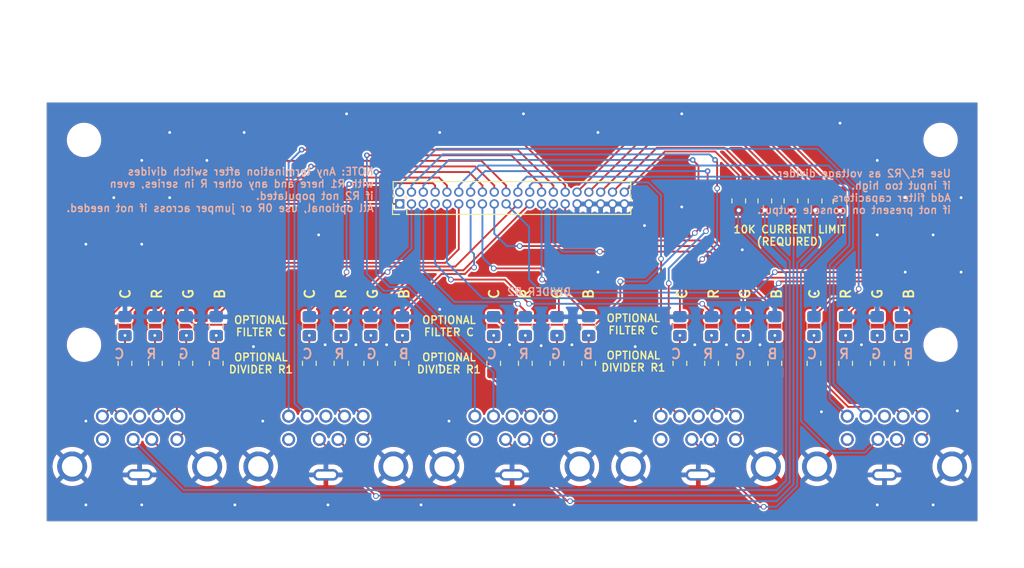
<source format=kicad_pcb>
(kicad_pcb (version 20221018) (generator pcbnew)
  (title_block (rev "1"))
  (layers (0 "F.Cu" signal "Front") (31 "B.Cu" signal "Back") (34 "B.Paste" user) (35 "F.Paste" user) (36 "B.SilkS" user "B.Silkscreen") (37 "F.SilkS" user "F.Silkscreen") (38 "B.Mask" user) (39 "F.Mask" user) (44 "Edge.Cuts" user))
  (net 0 "")
  (net 1 "/Daughterboard/0_BVID")
  (net 2 "/Daughterboard/0_VCC")
  (net 3 "/Daughterboard/0_GVID")
  (net 4 "/Daughterboard/0_CVID")
  (net 5 "/Daughterboard/0_RVID")
  (net 6 "/Daughterboard/0_LAUD")
  (net 7 "/Daughterboard/0_RAUD")
  (net 8 "/Daughterboard/0_GND")
  (net 9 "/Daughterboard/1_BVID")
  (net 10 "/Daughterboard/1_VCC")
  (net 11 "/Daughterboard/1_GVID")
  (net 12 "/Daughterboard/1_CVID")
  (net 13 "/Daughterboard/1_RVID")
  (net 14 "/Daughterboard/1_LAUD")
  (net 15 "/Daughterboard/1_RAUD")
  (net 16 "/Daughterboard/2_BVID")
  (net 17 "/Daughterboard/2_VCC")
  (net 18 "/Daughterboard/2_GVID")
  (net 19 "/Daughterboard/2_CVID")
  (net 20 "/Daughterboard/2_RVID")
  (net 21 "/Daughterboard/2_LAUD")
  (net 22 "/Daughterboard/2_RAUD")
  (net 23 "/Daughterboard/3_BVID")
  (net 24 "/Daughterboard/3_VCC")
  (net 25 "/Daughterboard/3_GVID")
  (net 26 "/Daughterboard/3_CVID")
  (net 27 "/Daughterboard/3_RVID")
  (net 28 "/Daughterboard/3_LAUD")
  (net 29 "/Daughterboard/3_RAUD")
  (net 30 "/Daughterboard/4_BVID")
  (net 31 "/Daughterboard/4_VCC")
  (net 32 "/Daughterboard/4_GVID")
  (net 33 "/Daughterboard/4_CVID")
  (net 34 "/Daughterboard/4_RVID")
  (net 35 "/Daughterboard/4_LAUD")
  (net 36 "/Daughterboard/4_RAUD")
  (net 37 "Net-(C201-Pad1)")
  (net 38 "Net-(C202-Pad1)")
  (net 39 "Net-(C203-Pad1)")
  (net 40 "Net-(C204-Pad1)")
  (net 41 "Net-(C205-Pad1)")
  (net 42 "Net-(C206-Pad1)")
  (net 43 "Net-(C207-Pad1)")
  (net 44 "Net-(C208-Pad1)")
  (net 45 "Net-(C209-Pad1)")
  (net 46 "Net-(C210-Pad1)")
  (net 47 "Net-(C211-Pad1)")
  (net 48 "Net-(C212-Pad1)")
  (net 49 "Net-(C213-Pad1)")
  (net 50 "Net-(C214-Pad1)")
  (net 51 "Net-(C215-Pad1)")
  (net 52 "Net-(C216-Pad1)")
  (net 53 "Net-(C217-Pad1)")
  (net 54 "Net-(C218-Pad1)")
  (net 55 "Net-(C219-Pad1)")
  (net 56 "Net-(C220-Pad1)")
  (net 57 "Net-(J201-BVID)")
  (net 58 "Net-(J201-GVID)")
  (net 59 "Net-(J201-CVID)")
  (net 62 "Net-(J201-RVID)")
  (net 63 "Net-(J202-BVID)")
  (net 64 "Net-(J202-GVID)")
  (net 65 "Net-(J202-CVID)")
  (net 68 "Net-(J202-RVID)")
  (net 69 "Net-(J203-BVID)")
  (net 70 "Net-(J203-GVID)")
  (net 71 "Net-(J203-CVID)")
  (net 74 "Net-(J203-RVID)")
  (net 75 "Net-(J204-BVID)")
  (net 76 "Net-(J204-GVID)")
  (net 77 "Net-(J204-CVID)")
  (net 80 "Net-(J204-RVID)")
  (net 81 "Net-(J205-BVID)")
  (net 82 "Net-(J205-GVID)")
  (net 83 "Net-(J205-CVID)")
  (net 86 "Net-(J205-RVID)")
  (net 87 "Net-(J206-Pin_21)")
  (net 88 "Net-(J206-Pin_22)")
  (net 89 "Net-(J206-Pin_23)")
  (net 90 "Net-(J206-Pin_24)")
  (net 91 "Net-(J206-Pin_25)")
  (footprint "Resistor_SMD:R_0805_2012Metric_Pad1.20x1.40mm_HandSolder" (layer "F.Cu") (at 229.6 98.8 90)
    (fp_text reference "R226" hide)
    (fp_text value "R_Small" hide)
  )
  (footprint "Resistor_SMD:R_0805_2012Metric_Pad1.20x1.40mm_HandSolder" (layer "F.Cu") (at 229.123403 81.351667 -90)
    (fp_text reference "R235" hide)
    (fp_text value "R_Small" hide)
  )
  (footprint "DIN9:CUI_MD-90SM" (layer "F.Cu") (at 164.776597 110.771996)
    (fp_text reference "J201" hide)
    (fp_text value "MD-90SM" hide)
  )
  (footprint "MountingHole:MountingHole_3.2mm_M3" (layer "F.Cu") (at 250.8 96.8 90)
    (fp_text reference "H2" hide)
    (fp_text value "MountingHole" hide)
  )
  (footprint "Resistor_SMD:R_0805_2012Metric_Pad1.20x1.40mm_HandSolder" (layer "F.Cu") (at 189.6 98.8 90)
    (fp_text reference "R206" hide)
    (fp_text value "R_Small" hide)
  )
  (footprint "Resistor_SMD:R_0805_2012Metric_Pad1.20x1.40mm_HandSolder" (layer "F.Cu") (at 240.6 98.8 90)
    (fp_text reference "R232" hide)
    (fp_text value "R_Small" hide)
  )
  (footprint "Capacitor_SMD:C_0805_2012Metric_Pad1.18x1.45mm_HandSolder" (layer "F.Cu") (at 166.466666 94.8 90)
    (fp_text reference "C204" hide)
    (fp_text value "C_Small" hide)
  )
  (footprint "Capacitor_SMD:C_0805_2012Metric_Pad1.18x1.45mm_HandSolder" (layer "F.Cu") (at 186.4 94.8 90)
    (fp_text reference "C208" hide)
    (fp_text value "C_Small" hide)
  )
  (footprint "Capacitor_SMD:C_0805_2012Metric_Pad1.18x1.45mm_HandSolder" (layer "F.Cu") (at 183 94.8 90)
    (fp_text reference "C207" hide)
    (fp_text value "C_Small" hide)
  )
  (footprint "Resistor_SMD:R_0805_2012Metric_Pad1.20x1.40mm_HandSolder" (layer "F.Cu") (at 183 98.8 90)
    (fp_text reference "R207" hide)
    (fp_text value "R_Small" hide)
  )
  (footprint "Resistor_SMD:R_0805_2012Metric_Pad1.20x1.40mm_HandSolder" (layer "F.Cu") (at 209.6 98.8 90)
    (fp_text reference "R210" hide)
    (fp_text value "R_Small" hide)
  )
  (footprint "DIN9:CUI_MD-90SM" (layer "F.Cu") (at 244.776597 110.771996)
    (fp_text reference "J205" hide)
    (fp_text value "MD-90SM" hide)
  )
  (footprint "Capacitor_SMD:C_0805_2012Metric_Pad1.18x1.45mm_HandSolder" (layer "F.Cu") (at 240.6 94.8 90)
    (fp_text reference "C220" hide)
    (fp_text value "C_Small" hide)
  )
  (footprint "DIN9:CUI_MD-90SM" (layer "F.Cu") (at 184.776597 110.771996)
    (fp_text reference "J202" hide)
    (fp_text value "MD-90SM" hide)
  )
  (footprint "Capacitor_SMD:C_0805_2012Metric_Pad1.18x1.45mm_HandSolder" (layer "F.Cu") (at 226.2 94.8 90)
    (fp_text reference "C216" hide)
    (fp_text value "C_Small" hide)
  )
  (footprint "Resistor_SMD:R_0805_2012Metric_Pad1.20x1.40mm_HandSolder" (layer "F.Cu") (at 234.723403 81.351667 -90)
    (fp_text reference "R234" hide)
    (fp_text value "R_Small" hide)
  )
  (footprint "Capacitor_SMD:C_0805_2012Metric_Pad1.18x1.45mm_HandSolder" (layer "F.Cu") (at 206.2 94.8 90)
    (fp_text reference "C212" hide)
    (fp_text value "C_Small" hide)
  )
  (footprint "Resistor_SMD:R_0805_2012Metric_Pad1.20x1.40mm_HandSolder" (layer "F.Cu") (at 206.2 98.8 90)
    (fp_text reference "R212" hide)
    (fp_text value "R_Small" hide)
  )
  (footprint "MountingHole:MountingHole_3.2mm_M3" (layer "F.Cu") (at 158.8 74.8 90)
    (fp_text reference "H2" hide)
    (fp_text value "MountingHole" hide)
  )
  (footprint "Capacitor_SMD:C_0805_2012Metric_Pad1.18x1.45mm_HandSolder" (layer "F.Cu") (at 213 94.8 90)
    (fp_text reference "C209" hide)
    (fp_text value "C_Small" hide)
  )
  (footprint "Resistor_SMD:R_0805_2012Metric_Pad1.20x1.40mm_HandSolder" (layer "F.Cu") (at 244 98.8 90)
    (fp_text reference "R230" hide)
    (fp_text value "R_Small" hide)
  )
  (footprint "Capacitor_SMD:C_0805_2012Metric_Pad1.18x1.45mm_HandSolder" (layer "F.Cu") (at 193 94.8 90)
    (fp_text reference "C205" hide)
    (fp_text value "C_Small" hide)
  )
  (footprint "Resistor_SMD:R_0805_2012Metric_Pad1.20x1.40mm_HandSolder" (layer "F.Cu") (at 233 98.8 90)
    (fp_text reference "R225" hide)
    (fp_text value "R_Small" hide)
  )
  (footprint "Capacitor_SMD:C_0805_2012Metric_Pad1.18x1.45mm_HandSolder" (layer "F.Cu") (at 229.6 94.8 90)
    (fp_text reference "C214" hide)
    (fp_text value "C_Small" hide)
  )
  (footprint "DIN9:CUI_MD-90SM" (layer "F.Cu") (at 204.776597 110.771996)
    (fp_text reference "J203" hide)
    (fp_text value "MD-90SM" hide)
  )
  (footprint "Resistor_SMD:R_0805_2012Metric_Pad1.20x1.40mm_HandSolder" (layer "F.Cu") (at 173 98.8 90)
    (fp_text reference "R201" hide)
    (fp_text value "R_Small" hide)
  )
  (footprint "Resistor_SMD:R_0805_2012Metric_Pad1.20x1.40mm_HandSolder" (layer "F.Cu") (at 246.6 98.8 90)
    (fp_text reference "R229" hide)
    (fp_text value "R_Small" hide)
  )
  (footprint "Capacitor_SMD:C_0805_2012Metric_Pad1.18x1.45mm_HandSolder" (layer "F.Cu") (at 246.6 94.8 90)
    (fp_text reference "C217" hide)
    (fp_text value "C_Small" hide)
  )
  (footprint "Resistor_SMD:R_0805_2012Metric_Pad1.20x1.40mm_HandSolder" (layer "F.Cu") (at 163.2 98.8 90)
    (fp_text reference "R203" hide)
    (fp_text value "R_Small" hide)
  )
  (footprint "Resistor_SMD:R_0805_2012Metric_Pad1.20x1.40mm_HandSolder" (layer "F.Cu") (at 231.923403 81.351667 -90)
    (fp_text reference "R237" hide)
    (fp_text value "R_Small" hide)
  )
  (footprint "Resistor_SMD:R_0805_2012Metric_Pad1.20x1.40mm_HandSolder" (layer "F.Cu") (at 213 98.8 90)
    (fp_text reference "R209" hide)
    (fp_text value "R_Small" hide)
  )
  (footprint "Resistor_SMD:R_0805_2012Metric_Pad1.20x1.40mm_HandSolder" (layer "F.Cu") (at 166.466666 98.8 90)
    (fp_text reference "R204" hide)
    (fp_text value "R_Small" hide)
  )
  (footprint "Capacitor_SMD:C_0805_2012Metric_Pad1.18x1.45mm_HandSolder" (layer "F.Cu") (at 189.6 94.8 90)
    (fp_text reference "C206" hide)
    (fp_text value "C_Small" hide)
  )
  (footprint "MountingHole:MountingHole_3.2mm_M3" (layer "F.Cu") (at 158.8 96.8 90)
    (fp_text reference "H2" hide)
    (fp_text value "MountingHole" hide)
  )
  (footprint "Capacitor_SMD:C_0805_2012Metric_Pad1.18x1.45mm_HandSolder" (layer "F.Cu") (at 209.6 94.8 90)
    (fp_text reference "C210" hide)
    (fp_text value "C_Small" hide)
  )
  (footprint "Resistor_SMD:R_0805_2012Metric_Pad1.20x1.40mm_HandSolder" (layer "F.Cu") (at 169.733332 98.8 90)
    (fp_text reference "R202" hide)
    (fp_text value "R_Small" hide)
  )
  (footprint "Capacitor_SMD:C_0805_2012Metric_Pad1.18x1.45mm_HandSolder" (layer "F.Cu") (at 237.2 94.8 90)
    (fp_text reference "C219" hide)
    (fp_text value "C_Small" hide)
  )
  (footprint "Capacitor_SMD:C_0805_2012Metric_Pad1.18x1.45mm_HandSolder" (layer "F.Cu") (at 202.79 94.8 90)
    (fp_text reference "C211" hide)
    (fp_text value "C_Small" hide)
  )
  (footprint "Capacitor_SMD:C_0805_2012Metric_Pad1.18x1.45mm_HandSolder" (layer "F.Cu") (at 233 94.8 90)
    (fp_text reference "C213" hide)
    (fp_text value "C_Small" hide)
  )
  (footprint "Resistor_SMD:R_0805_2012Metric_Pad1.20x1.40mm_HandSolder" (layer "F.Cu") (at 222.8 98.8 90)
    (fp_text reference "R227" hide)
    (fp_text value "R_Small" hide)
  )
  (footprint "connector:REB_PinHeader_2x20_P1.27mm_Vertical_Renumbered" (layer "F.Cu") (at 192.701597 81.673333 90)
    (fp_text reference "J206" hide)
    (fp_text value "Conn_02x22_Top_Bottom" hide)
  )
  (footprint "Resistor_SMD:R_0805_2012Metric_Pad1.20x1.40mm_HandSolder" (layer "F.Cu") (at 237.323403 81.351667 -90)
    (fp_text reference "R236" hide)
    (fp_text value "R_Small" hide)
  )
  (footprint "Resistor_SMD:R_0805_2012Metric_Pad1.20x1.40mm_HandSolder" (layer "F.Cu") (at 192.95 98.8 90)
    (fp_text reference "R205" hide)
    (fp_text value "R_Small" hide)
  )
  (footprint "Resistor_SMD:R_0805_2012Metric_Pad1.20x1.40mm_HandSolder" (layer "F.Cu") (at 186.4 98.8 90)
    (fp_text reference "R208" hide)
    (fp_text value "R_Small" hide)
  )
  (footprint "Resistor_SMD:R_0805_2012Metric_Pad1.20x1.40mm_HandSolder" (layer "F.Cu") (at 237.2 98.8 90)
    (fp_text reference "R231" hide)
    (fp_text value "R_Small" hide)
  )
  (footprint "Resistor_SMD:R_0805_2012Metric_Pad1.20x1.40mm_HandSolder" (layer "F.Cu") (at 226.2 98.8 90)
    (fp_text reference "R228" hide)
    (fp_text value "R_Small" hide)
  )
  (footprint "Capacitor_SMD:C_0805_2012Metric_Pad1.18x1.45mm_HandSolder" (layer "F.Cu") (at 173 94.8 90)
    (fp_text reference "C201" hide)
    (fp_text value "C_Small" hide)
  )
  (footprint "MountingHole:MountingHole_3.2mm_M3" (layer "F.Cu") (at 250.8 74.8 90)
    (fp_text reference "H2" hide)
    (fp_text value "MountingHole" hide)
  )
  (footprint "Resistor_SMD:R_0805_2012Metric_Pad1.20x1.40mm_HandSolder" (layer "F.Cu") (at 240 81.4 -90)
    (fp_text reference "R233" hide)
    (fp_text value "R_Small" hide)
  )
  (footprint "Capacitor_SMD:C_0805_2012Metric_Pad1.18x1.45mm_HandSolder" (layer "F.Cu") (at 163.2 94.8 90)
    (fp_text reference "C203" hide)
    (fp_text value "C_Small" hide)
  )
  (footprint "Resistor_SMD:R_0805_2012Metric_Pad1.20x1.40mm_HandSolder" (layer "F.Cu") (at 202.8 98.8 90)
    (fp_text reference "R211" hide)
    (fp_text value "R_Small" hide)
  )
  (footprint "Capacitor_SMD:C_0805_2012Metric_Pad1.18x1.45mm_HandSolder" (layer "F.Cu") (at 169.733332 94.8 90)
    (fp_text reference "C202" hide)
    (fp_text value "C_Small" hide)
  )
  (footprint "Capacitor_SMD:C_0805_2012Metric_Pad1.18x1.45mm_HandSolder" (layer "F.Cu") (at 222.8 94.8 90)
    (fp_text reference "C215" hide)
    (fp_text value "C_Small" hide)
  )
  (footprint "DIN9:CUI_MD-90SM" (layer "F.Cu") (at 224.776597 110.771996)
    (fp_text reference "J204" hide)
    (fp_text value "MD-90SM" hide)
  )
  (footprint "Capacitor_SMD:C_0805_2012Metric_Pad1.18x1.45mm_HandSolder" (layer "F.Cu") (at 244 94.8 90)
    (fp_text reference "C218" hide)
    (fp_text value "C_Small" hide)
  )
  (footprint "Resistor_SMD:R_0805_2012Metric_Pad1.20x1.40mm_HandSolder" (layer "B.Cu") (at 183 94.8 90)
    (fp_text reference "R219" hide)
    (fp_text value "R_Small" hide)
  )
  (footprint "Resistor_SMD:R_0805_2012Metric_Pad1.20x1.40mm_HandSolder" (layer "B.Cu") (at 202.8 94.8 90)
    (fp_text reference "R223" hide)
    (fp_text value "R_Small" hide)
  )
  (footprint "Resistor_SMD:R_0805_2012Metric_Pad1.20x1.40mm_HandSolder" (layer "B.Cu") (at 166.4 94.8 90)
    (fp_text reference "R216" hide)
    (fp_text value "R_Small" hide)
  )
  (footprint "Resistor_SMD:R_0805_2012Metric_Pad1.20x1.40mm_HandSolder" (layer "B.Cu") (at 233 94.8 90)
    (fp_text reference "R238" hide)
    (fp_text value "R_Small" hide)
  )
  (footprint "Resistor_SMD:R_0805_2012Metric_Pad1.20x1.40mm_HandSolder" (layer "B.Cu") (at 222.8 94.8 90)
    (fp_text reference "R240" hide)
    (fp_text value "R_Small" hide)
  )
  (footprint "Resistor_SMD:R_0805_2012Metric_Pad1.20x1.40mm_HandSolder" (layer "B.Cu") (at 244 94.8 90)
    (fp_text reference "R243" hide)
    (fp_text value "R_Small" hide)
  )
  (footprint "Resistor_SMD:R_0805_2012Metric_Pad1.20x1.40mm_HandSolder" (layer "B.Cu") (at 213 94.8 90)
    (fp_text reference "R221" hide)
    (fp_text value "R_Small" hide)
  )
  (footprint "Resistor_SMD:R_0805_2012Metric_Pad1.20x1.40mm_HandSolder" (layer "B.Cu") (at 240.6 94.8 90)
    (fp_text reference "R245" hide)
    (fp_text value "R_Small" hide)
  )
  (footprint "Resistor_SMD:R_0805_2012Metric_Pad1.20x1.40mm_HandSolder" (layer "B.Cu") (at 173 94.8 90)
    (fp_text reference "R213" hide)
    (fp_text value "R_Small" hide)
  )
  (footprint "Resistor_SMD:R_0805_2012Metric_Pad1.20x1.40mm_HandSolder" (layer "B.Cu") (at 186.4 94.8 90)
    (fp_text reference "R220" hide)
    (fp_text value "R_Small" hide)
  )
  (footprint "Resistor_SMD:R_0805_2012Metric_Pad1.20x1.40mm_HandSolder" (layer "B.Cu") (at 229.6 94.8 90)
    (fp_text reference "R239" hide)
    (fp_text value "R_Small" hide)
  )
  (footprint "Resistor_SMD:R_0805_2012Metric_Pad1.20x1.40mm_HandSolder" (layer "B.Cu") (at 209.6 94.8 90)
    (fp_text reference "R222" hide)
    (fp_text value "R_Small" hide)
  )
  (footprint "Resistor_SMD:R_0805_2012Metric_Pad1.20x1.40mm_HandSolder" (layer "B.Cu") (at 169.8 94.8 90)
    (fp_text reference "R214" hide)
    (fp_text value "R_Small" hide)
  )
  (footprint "Resistor_SMD:R_0805_2012Metric_Pad1.20x1.40mm_HandSolder" (layer "B.Cu") (at 193 94.8 90)
    (fp_text reference "R217" hide)
    (fp_text value "R_Small" hide)
  )
  (footprint "Resistor_SMD:R_0805_2012Metric_Pad1.20x1.40mm_HandSolder" (layer "B.Cu") (at 206.2 94.8 90)
    (fp_text reference "R224" hide)
    (fp_text value "R_Small" hide)
  )
  (footprint "Resistor_SMD:R_0805_2012Metric_Pad1.20x1.40mm_HandSolder" (layer "B.Cu") (at 189.6 94.8 90)
    (fp_text reference "R218" hide)
    (fp_text value "R_Small" hide)
  )
  (footprint "Resistor_SMD:R_0805_2012Metric_Pad1.20x1.40mm_HandSolder" (layer "B.Cu") (at 237.2 94.8 90)
    (fp_text reference "R244" hide)
    (fp_text value "R_Small" hide)
  )
  (footprint "Resistor_SMD:R_0805_2012Metric_Pad1.20x1.40mm_HandSolder" (layer "B.Cu") (at 226.2 94.8 90)
    (fp_text reference "R241" hide)
    (fp_text value "R_Small" hide)
  )
  (footprint "Resistor_SMD:R_0805_2012Metric_Pad1.20x1.40mm_HandSolder" (layer "B.Cu") (at 163.2 94.8 90)
    (fp_text reference "R215" hide)
    (fp_text value "R_Small" hide)
  )
  (footprint "Resistor_SMD:R_0805_2012Metric_Pad1.20x1.40mm_HandSolder" (layer "B.Cu") (at 246.6 94.8 90)
    (fp_text reference "R242" hide)
    (fp_text value "R_Small" hide)
  )
  (gr_rect (start 154.776597 70.771996) (end 254.776597 115.771996) (stroke (width 0.0381)) (fill none) (layer "Edge.Cuts"))
  (gr_text "Use R1/R2 as voltage divider\nif input too high.\nAdd filter capacitors\nif not present on console output." (at 252 82.8) (layer "B.SilkS") (effects (font (size 0.8128 0.8128) (thickness 0.1524) bold) (justify left bottom mirror)))
  (gr_text "B   G   R   C" (at 173.6 98.4) (layer "B.SilkS") (effects (font (size 1.05 1.05) (thickness 0.2) bold) (justify left bottom mirror)))
  (gr_text "DIVIDER R2" (at 211.2 91.6) (layer "B.SilkS") (effects (font (size 0.8128 0.8128) (thickness 0.1524) bold) (justify left bottom mirror)))
  (gr_text "B   G   R   C" (at 193.8 98.4) (layer "B.SilkS") (effects (font (size 1.05 1.05) (thickness 0.2) bold) (justify left bottom mirror)))
  (gr_text "B   G   R   C" (at 213.6 98.4) (layer "B.SilkS") (effects (font (size 1.05 1.05) (thickness 0.2) bold) (justify left bottom mirror)))
  (gr_text "B   G   R   C" (at 248 98.4) (layer "B.SilkS") (effects (font (size 1.05 1.05) (thickness 0.2) bold) (justify left bottom mirror)))
  (gr_text "NOTE: Any termination after switch divides\nwith R1 here and any other R in series, even\nif R2 not populated.\nAll optional, use 0R or jumper across if not needed." (at 190 82.6) (layer "B.SilkS") (effects (font (size 0.8128 0.8128) (thickness 0.1524) bold) (justify left bottom mirror)))
  (gr_text "B   G   R   C" (at 233.4 98.4) (layer "B.SilkS") (effects (font (size 1.05 1.05) (thickness 0.2) bold) (justify left bottom mirror)))
  (gr_text "C\n\nR\n\nG\n\nB" (at 193.8 92 90) (layer "F.SilkS") (effects (font (size 1.05 1.05) (thickness 0.2) bold) (justify left bottom)))
  (gr_text "OPTIONAL\nDIVIDER R1" (at 217.8 98.6) (layer "F.SilkS") (effects (font (size 0.8128 0.8128) (thickness 0.1524) bold)))
  (gr_text "OPTIONAL\nFILTER C" (at 198 94.8) (layer "F.SilkS") (effects (font (size 0.8128 0.8128) (thickness 0.1524) bold)))
  (gr_text "C\n\nR\n\nG\n\nB" (at 233.8 92 90) (layer "F.SilkS") (effects (font (size 1.05 1.05) (thickness 0.2) bold) (justify left bottom)))
  (gr_text "C\n\nR\n\nG\n\nB" (at 174 92 90) (layer "F.SilkS") (effects (font (size 1.05 1.05) (thickness 0.2) bold) (justify left bottom)))
  (gr_text "OPTIONAL\nDIVIDER R1" (at 198 98.8) (layer "F.SilkS") (effects (font (size 0.8128 0.8128) (thickness 0.1524) bold)))
  (gr_text "C\n\nR\n\nG\n\nB" (at 248 92 90) (layer "F.SilkS") (effects (font (size 1.05 1.05) (thickness 0.2) bold) (justify left bottom)))
  (gr_text "C\n\nR\n\nG\n\nB" (at 213.6 92 90) (layer "F.SilkS") (effects (font (size 1.05 1.05) (thickness 0.2) bold) (justify left bottom)))
  (gr_text "OPTIONAL\nDIVIDER R1" (at 177.8 98.8) (layer "F.SilkS") (effects (font (size 0.8128 0.8128) (thickness 0.1524) bold)))
  (gr_text "10K CURRENT LIMIT\n(REQUIRED)" (at 234.6 86.2) (layer "F.SilkS") (effects (font (size 0.8128 0.8128) (thickness 0.1524) bold) (justify bottom)))
  (gr_text "OPTIONAL\nFILTER C" (at 217.8 94.6) (layer "F.SilkS") (effects (font (size 0.8128 0.8128) (thickness 0.1524) bold)))
  (gr_text "OPTIONAL\nFILTER C" (at 177.8 94.8) (layer "F.SilkS") (effects (font (size 0.8128 0.8128) (thickness 0.1524) bold)))
  (segment (start 178.7625 88) (end 197.6 88) (width 0.2) (layer "F.Cu") (net 1))
  (segment (start 197.6 88) (end 199.051597 86.548403) (width 0.2) (layer "F.Cu") (net 1))
  (segment (start 173 93.7625) (end 178.7625 88) (width 0.2) (layer "F.Cu") (net 1))
  (segment (start 199.051597 86.548403) (end 199.051597 81.673333) (width 0.2) (layer "F.Cu") (net 1))
  (via (at 229.123403 82.351667) (size 0.6) (drill 0.4) (layers "F.Cu" "B.Cu") (net 2))
  (segment (start 169.504601 112.4) (end 233.2 112.4) (width 0.2) (layer "B.Cu") (net 2))
  (segment (start 164.076597 106.971996) (end 169.504601 112.4) (width 0.2) (layer "B.Cu") (net 2))
  (segment (start 234.2 111.4) (end 234.2 89.2) (width 0.2) (layer "B.Cu") (net 2))
  (segment (start 229.048529 84.048529) (end 229.048529 82.426541) (width 0.2) (layer "B.Cu") (net 2))
  (segment (start 234.2 89.2) (end 229.048529 84.048529) (width 0.2) (layer "B.Cu") (net 2))
  (segment (start 233.2 112.4) (end 234.2 111.4) (width 0.2) (layer "B.Cu") (net 2))
  (segment (start 229.048529 82.426541) (end 229.123403 82.351667) (width 0.2) (layer "B.Cu") (net 2))
  (segment (start 180.6 88.4) (end 198.67493 88.4) (width 0.2) (layer "F.Cu") (net 3))
  (segment (start 174.35 94.65) (end 180.6 88.4) (width 0.2) (layer "F.Cu") (net 3))
  (segment (start 169.733332 93.7625) (end 170.620832 94.65) (width 0.2) (layer "F.Cu") (net 3))
  (segment (start 170.620832 94.65) (end 174.35 94.65) (width 0.2) (layer "F.Cu") (net 3))
  (segment (start 198.67493 88.4) (end 205.401597 81.673333) (width 0.2) (layer "F.Cu") (net 3))
  (segment (start 196.933703 78.848333) (end 197.781597 79.696227) (width 0.2) (layer "F.Cu") (net 4))
  (segment (start 178.114167 78.848333) (end 196.933703 78.848333) (width 0.2) (layer "F.Cu") (net 4))
  (segment (start 197.781597 79.696227) (end 197.781597 80.403333) (width 0.2) (layer "F.Cu") (net 4))
  (segment (start 163.2 93.7625) (end 178.114167 78.848333) (width 0.2) (layer "F.Cu") (net 4))
  (segment (start 178.555833 81.673333) (end 192.701597 81.673333) (width 0.2) (layer "F.Cu") (net 5))
  (segment (start 166.466666 93.7625) (end 178.555833 81.673333) (width 0.2) (layer "F.Cu") (net 5))
  (segment (start 201.483703 77.048333) (end 178.32385 77.048333) (width 0.2) (layer "F.Cu") (net 6))
  (segment (start 162 103.695399) (end 162.776597 104.471996) (width 0.2) (layer "F.Cu") (net 6))
  (segment (start 204.131597 79.696227) (end 201.483703 77.048333) (width 0.2) (layer "F.Cu") (net 6))
  (segment (start 162 93.372183) (end 162 103.695399) (width 0.2) (layer "F.Cu") (net 6))
  (segment (start 204.131597 80.403333) (end 204.131597 79.696227) (width 0.2) (layer "F.Cu") (net 6))
  (segment (start 178.32385 77.048333) (end 162 93.372183) (width 0.2) (layer "F.Cu") (net 6))
  (segment (start 210.481597 80.403333) (end 210.481597 79.696227) (width 0.2) (layer "F.Cu") (net 7))
  (segment (start 210.481597 79.696227) (end 206.033703 75.248333) (width 0.2) (layer "F.Cu") (net 7))
  (segment (start 179.351667 75.248333) (end 161.6 93) (width 0.2) (layer "F.Cu") (net 7))
  (segment (start 161.6 93) (end 161.6 103.648593) (width 0.2) (layer "F.Cu") (net 7))
  (segment (start 206.033703 75.248333) (end 179.351667 75.248333) (width 0.2) (layer "F.Cu") (net 7))
  (segment (start 161.6 103.648593) (end 160.776597 104.471996) (width 0.2) (layer "F.Cu") (net 7))
  (via (at 162 81) (size 0.6) (drill 0.3) (layers "F.Cu" "B.Cu") (net 8))
  (via (at 159 86) (size 0.6) (drill 0.3) (layers "F.Cu" "B.Cu") (net 8))
  (via (at 227.8 96.8) (size 0.6) (drill 0.3) (layers "F.Cu" "B.Cu") (net 8))
  (via (at 253 81) (size 0.6) (drill 0.3) (layers "F.Cu" "B.Cu") (net 8))
  (via (at 218 105) (size 0.6) (drill 0.3) (layers "F.Cu" "B.Cu") (net 8))
  (via (at 244 114) (size 0.6) (drill 0.3) (layers "F.Cu" "B.Cu") (net 8))
  (via (at 159 105) (size 0.6) (drill 0.3) (layers "F.Cu" "B.Cu") (net 8))
  (via (at 250 85) (size 0.6) (drill 0.3) (layers "F.Cu" "B.Cu") (net 8))
  (via (at 197 74) (size 0.6) (drill 0.3) (layers "F.Cu" "B.Cu") (net 8))
  (via (at 159 114) (size 0.6) (drill 0.3) (layers "F.Cu" "B.Cu") (net 8))
  (via (at 229.5 86.6) (size 0.6) (drill 0.3) (layers "F.Cu" "B.Cu") (net 8))
  (via (at 242.3 96.8) (size 0.6) (drill 0.3) (layers "F.Cu" "B.Cu") (net 8))
  (via (at 176 74) (size 0.6) (drill 0.3) (layers "F.Cu" "B.Cu") (net 8))
  (via (at 214 74) (size 0.6) (drill 0.3) (layers "F.Cu" "B.Cu") (net 8))
  (via (at 197 93) (size 0.6) (drill 0.3) (layers "F.Cu" "B.Cu") (net 8))
  (via (at 244 77) (size 0.6) (drill 0.3) (layers "F.Cu" "B.Cu") (net 8))
  (via (at 223 82) (size 0.6) (drill 0.3) (layers "F.Cu" "B.Cu") (net 8))
  (via (at 207.9 96.9) (size 0.6) (drill 0.3) (layers "F.Cu" "B.Cu") (net 8))
  (via (at 253 89) (size 0.6) (drill 0.3) (layers "F.Cu" "B.Cu") (net 8))
  (via (at 231.4 96.8) (size 0.6) (drill 0.3) (layers "F.Cu" "B.Cu") (net 8))
  (via (at 191.3 96.8) (size 0.6) (drill 0.3) (layers "F.Cu" "B.Cu") (net 8))
  (via (at 185 114) (size 0.6) (drill 0.3) (layers "F.Cu" "B.Cu") (net 8))
  (via (at 247 81) (size 0.6) (drill 0.3) (layers "F.Cu" "B.Cu") (net 8))
  (via (at 168 74) (size 0.6) (drill 0.3) (layers "F.Cu" "B.Cu") (net 8))
  (via (at 165 114) (size 0.6) (drill 0.3) (layers "F.Cu" "B.Cu") (net 8))
  (via (at 184.7 96.8) (size 0.6) (drill 0.3) (layers "F.Cu" "B.Cu") (net 8))
  (via (at 240 73) (size 0.6) (drill 0.3) (layers "F.Cu" "B.Cu") (net 8))
  (via (at 205 114) (size 0.6) (drill 0.3) (layers "F.Cu" "B.Cu") (net 8))
  (via (at 252.6 103.9) (size 0.6) (drill 0.3) (layers "F.Cu" "B.Cu") (net 8))
  (via (at 177 97) (size 0.6) (drill 0.3) (layers "F.Cu" "B.Cu") (net 8))
  (via (at 165 77) (size 0.6) (drill 0.3) (layers "F.Cu" "B.Cu") (net 8))
  (via (at 165 86) (size 0.6) (drill 0.3) (layers "F.Cu" "B.Cu") (net 8))
  (via (at 187 72) (size 0.6) (drill 0.3) (layers "F.Cu" "B.Cu") (net 8))
  (via (at 219 84) (size 0.6) (drill 0.3) (layers "F.Cu" "B.Cu") (net 8))
  (via (at 244 85) (size 0.6) (drill 0.3) (layers "F.Cu" "B.Cu") (net 8))
  (via (at 247 89) (size 0.6) (drill 0.3) (layers "F.Cu" "B.Cu") (net 8))
  (via (at 195 114) (size 0.6) (drill 0.3) (layers "F.Cu" "B.Cu") (net 8))
  (via (at 224.4 96.8) (size 0.6) (drill 0.3) (layers "F.Cu" "B.Cu") (net 8))
  (via (at 175 114) (size 0.6) (drill 0.3) (layers "F.Cu" "B.Cu") (net 8))
  (via (at 198 105) (size 0.6) (drill 0.3) (layers "F.Cu" "B.Cu") (net 8))
  (via (at 218 97) (size 0.6) (drill 0.3) (layers "F.Cu" "B.Cu") (net 8))
  (via (at 184 85) (size 0.6) (drill 0.3) (layers "F.Cu" "B.Cu") (net 8))
  (via (at 211.2 96.8) (size 0.6) (drill 0.3) (layers "F.Cu" "B.Cu") (net 8))
  (via (at 188 96.8) (size 0.6) (drill 0.3) (layers "F.Cu" "B.Cu") (net 8))
  (via (at 250 114) (size 0.6) (drill 0.3) (layers "F.Cu" "B.Cu") (net 8))
  (via (at 204.5 96.8) (size 0.6) (drill 0.3) (layers "F.Cu" "B.Cu") (net 8))
  (via (at 168 81) (size 0.6) (drill 0.3) (layers "F.Cu" "B.Cu") (net 8))
  (via (at 197 99) (size 0.6) (drill 0.3) (layers "F.Cu" "B.Cu") (net 8))
  (via (at 237.3 91.3) (size 0.6) (drill 0.3) (layers "F.Cu" "B.Cu") (net 8))
  (via (at 206 72) (size 0.6) (drill 0.3) (layers "F.Cu" "B.Cu") (net 8))
  (via (at 214 89) (size 0.6) (drill 0.3) (layers "F.Cu" "B.Cu") (net 8))
  (via (at 223 72) (size 0.6) (drill 0.3) (layers "F.Cu" "B.Cu") (net 8))
  (via (at 238 104) (size 0.6) (drill 0.3) (layers "F.Cu" "B.Cu") (net 8))
  (via (at 178 105) (size 0.6) (drill 0.3) (layers "F.Cu" "B.Cu") (net 8))
  (via (at 172 77) (size 0.6) (drill 0.3) (layers "F.Cu" "B.Cu") (net 8))
  (segment (start 197.2 89.2) (end 193 93.4) (width 0.2) (layer "F.Cu") (net 9))
  (segment (start 199.710615 89.2) (end 197.2 89.2) (width 0.2) (layer "F.Cu") (net 9))
  (segment (start 193 93.4) (end 193 93.7625) (width 0.2) (layer "F.Cu") (net 9))
  (segment (start 200.696376 88.496376) (end 200.414239 88.496376) (width 0.2) (layer "F.Cu") (net 9))
  (segment (start 200.414239 88.496376) (end 199.710615 89.2) (width 0.2) (layer "F.Cu") (net 9))
  (via (at 200.696376 88.496376) (size 0.6) (drill 0.4) (layers "F.Cu" "B.Cu") (net 9))
  (segment (start 200.321597 86.678403) (end 200.321597 81.673333) (width 0.2) (layer "B.Cu") (net 9))
  (segment (start 200.696376 87.053182) (end 200.321597 86.678403) (width 0.2) (layer "B.Cu") (net 9))
  (segment (start 200.696376 88.496376) (end 200.696376 87.053182) (width 0.2) (layer "B.Cu") (net 9))
  (segment (start 190.1523 113.047699) (end 184.076597 106.971996) (width 0.2) (layer "F.Cu") (net 10))
  (segment (start 190.1523 113.0477) (end 190.1523 113.047699) (width 0.2) (layer "F.Cu") (net 10))
  (via (at 190.1523 113.0477) (size 0.6) (drill 0.4) (layers "F.Cu" "B.Cu") (net 10))
  (via (at 231.923403 82.351667) (size 0.6) (drill 0.4) (layers "F.Cu" "B.Cu") (net 10))
  (segment (start 233.165686 113) (end 234.6 111.565686) (width 0.2) (layer "B.Cu") (net 10))
  (segment (start 190.1523 113.0477) (end 190.2 113) (width 0.2) (layer "B.Cu") (net 10))
  (segment (start 234.6 111.565686) (end 234.6 87.8) (width 0.2) (layer "B.Cu") (net 10))
  (segment (start 231.923403 85.123403) (end 231.923403 82.351667) (width 0.2) (layer "B.Cu") (net 10))
  (segment (start 234.6 87.8) (end 231.923403 85.123403) (width 0.2) (layer "B.Cu") (net 10))
  (segment (start 190.2 113) (end 233.165686 113) (width 0.2) (layer "B.Cu") (net 10))
  (segment (start 194.5625 88.8) (end 199.54493 88.8) (width 0.2) (layer "F.Cu") (net 11))
  (segment (start 199.54493 88.8) (end 206.671597 81.673333) (width 0.2) (layer "F.Cu") (net 11))
  (segment (start 189.6 93.7625) (end 194.5625 88.8) (width 0.2) (layer "F.Cu") (net 11))
  (segment (start 187.376597 79.448333) (end 196.263703 79.448333) (width 0.2) (layer "F.Cu") (net 12))
  (segment (start 196.511597 79.696227) (end 196.511597 80.403333) (width 0.2) (layer "F.Cu") (net 12))
  (segment (start 187 88.9995) (end 187 89.2) (width 0.2) (layer "F.Cu") (net 12))
  (segment (start 196.263703 79.448333) (end 196.511597 79.696227) (width 0.2) (layer "F.Cu") (net 12))
  (segment (start 183 93.2) (end 183 93.7625) (width 0.2) (layer "F.Cu") (net 12))
  (segment (start 187.276597 79.548333) (end 187.376597 79.448333) (width 0.2) (layer "F.Cu") (net 12))
  (segment (start 187 89.2) (end 183 93.2) (width 0.2) (layer "F.Cu") (net 12))
  (via (at 187.276597 79.548333) (size 0.6) (drill 0.3) (layers "F.Cu" "B.Cu") (net 12))
  (via (at 187 88.9995) (size 0.6) (drill 0.4) (layers "F.Cu" "B.Cu") (net 12))
  (segment (start 187 79.82493) (end 187.276597 79.548333) (width 0.2) (layer "B.Cu") (net 12))
  (segment (start 187 88.9995) (end 187 79.82493) (width 0.2) (layer "B.Cu") (net 12))
  (segment (start 191.1625 89) (end 186.4 93.7625) (width 0.2) (layer "F.Cu") (net 13))
  (segment (start 191.4 89) (end 191.1625 89) (width 0.2) (layer "F.Cu") (net 13))
  (via (at 191.4 89) (size 0.6) (drill 0.4) (layers "F.Cu" "B.Cu") (net 13))
  (segment (start 193.971597 86.428403) (end 193.971597 81.673333) (width 0.2) (layer "B.Cu") (net 13))
  (segment (start 191.4 89) (end 193.971597 86.428403) (width 0.2) (layer "B.Cu") (net 13))
  (segment (start 202.861597 79.696227) (end 200.813703 77.648333) (width 0.2) (layer "F.Cu") (net 14))
  (segment (start 202.861597 80.403333) (end 202.861597 79.696227) (width 0.2) (layer "F.Cu") (net 14))
  (segment (start 200.813703 77.648333) (end 183.176597 77.648333) (width 0.2) (layer "F.Cu") (net 14))
  (via (at 183.176597 77.648333) (size 0.6) (drill 0.3) (layers "F.Cu" "B.Cu") (net 14))
  (segment (start 183.176597 77.648333) (end 181.4 79.42493) (width 0.2) (layer "B.Cu") (net 14))
  (segment (start 181.4 103.095399) (end 182.776597 104.471996) (width 0.2) (layer "B.Cu") (net 14))
  (segment (start 181.4 79.42493) (end 181.4 103.095399) (width 0.2) (layer "B.Cu") (net 14))
  (segment (start 182.176597 75.848333) (end 205.363703 75.848333) (width 0.2) (layer "F.Cu") (net 15))
  (segment (start 205.363703 75.848333) (end 209.211597 79.696227) (width 0.2) (layer "F.Cu") (net 15))
  (segment (start 209.211597 79.696227) (end 209.211597 80.403333) (width 0.2) (layer "F.Cu") (net 15))
  (via (at 182.176597 75.848333) (size 0.6) (drill 0.3) (layers "F.Cu" "B.Cu") (net 15))
  (segment (start 182.176597 75.848333) (end 180.776597 77.248333) (width 0.2) (layer "B.Cu") (net 15))
  (segment (start 180.776597 77.248333) (end 180.776597 104.471996) (width 0.2) (layer "B.Cu") (net 15))
  (segment (start 207.8375 88.6) (end 202.8 88.6) (width 0.2) (layer "F.Cu") (net 16))
  (segment (start 213 93.7625) (end 207.8375 88.6) (width 0.2) (layer "F.Cu") (net 16))
  (via (at 202.8 88.6) (size 0.6) (drill 0.4) (layers "F.Cu" "B.Cu") (net 16))
  (segment (start 201.591597 87.391597) (end 201.591597 81.673333) (width 0.2) (layer "B.Cu") (net 16))
  (segment (start 202.8 88.6) (end 201.591597 87.391597) (width 0.2) (layer "B.Cu") (net 16))
  (segment (start 210.704601 113.6) (end 211 113.6) (width 0.2) (layer "F.Cu") (net 17))
  (segment (start 204.076597 106.971996) (end 210.704601 113.6) (width 0.2) (layer "F.Cu") (net 17))
  (via (at 211 113.6) (size 0.6) (drill 0.4) (layers "F.Cu" "B.Cu") (net 17))
  (via (at 234.723403 82.351667) (size 0.6) (drill 0.4) (layers "F.Cu" "B.Cu") (net 17))
  (segment (start 211 113.6) (end 233.2 113.6) (width 0.2) (layer "B.Cu") (net 17))
  (segment (start 235 111.8) (end 235 82.628264) (width 0.2) (layer "B.Cu") (net 17))
  (segment (start 233.2 113.6) (end 235 111.8) (width 0.2) (layer "B.Cu") (net 17))
  (segment (start 235 82.628264) (end 234.723403 82.351667) (width 0.2) (layer "B.Cu") (net 17))
  (segment (start 209.8 93.5625) (end 209.6 93.7625) (width 0.2) (layer "F.Cu") (net 18))
  (segment (start 208.2 89.8) (end 209.8 91.4) (width 0.2) (layer "F.Cu") (net 18))
  (segment (start 209.8 91.4) (end 209.8 93.5625) (width 0.2) (layer "F.Cu") (net 18))
  (segment (start 208 89.8) (end 208.2 89.8) (width 0.2) (layer "F.Cu") (net 18))
  (via (at 208 89.8) (size 0.6) (drill 0.4) (layers "F.Cu" "B.Cu") (net 18))
  (segment (start 208 89.8) (end 207.941597 89.741597) (width 0.2) (layer "B.Cu") (net 18))
  (segment (start 207.941597 89.741597) (end 207.941597 81.673333) (width 0.2) (layer "B.Cu") (net 18))
  (segment (start 203.6775 94.65) (end 202.79 93.7625) (width 0.2) (layer "F.Cu") (net 19))
  (segment (start 213.702817 94.65) (end 203.6775 94.65) (width 0.2) (layer "F.Cu") (net 19))
  (segment (start 216.4 91.952817) (end 213.702817 94.65) (width 0.2) (layer "F.Cu") (net 19))
  (segment (start 224.8 84.4) (end 224.4 84.8) (width 0.2) (layer "F.Cu") (net 19))
  (segment (start 224.8 77.57473) (end 224.8 84.4) (width 0.2) (layer "F.Cu") (net 19))
  (segment (start 216.4 90) (end 216.4 91.952817) (width 0.2) (layer "F.Cu") (net 19))
  (segment (start 224.176597 76.951327) (end 224.8 77.57473) (width 0.2) (layer "F.Cu") (net 19))
  (via (at 224.4 84.8) (size 0.6) (drill 0.4) (layers "F.Cu" "B.Cu") (net 19))
  (via (at 216.4 90) (size 0.6) (drill 0.4) (layers "F.Cu" "B.Cu") (net 19))
  (via (at 224.176597 76.951327) (size 0.6) (drill 0.3) (layers "F.Cu" "B.Cu") (net 19))
  (segment (start 224.4 84.8) (end 219.2 90) (width 0.2) (layer "B.Cu") (net 19))
  (segment (start 195.241597 79.696227) (end 195.241597 80.403333) (width 0.2) (layer "B.Cu") (net 19))
  (segment (start 197.986497 76.951327) (end 195.241597 79.696227) (width 0.2) (layer "B.Cu") (net 19))
  (segment (start 224.176597 76.951327) (end 197.986497 76.951327) (width 0.2) (layer "B.Cu") (net 19))
  (segment (start 219.2 90) (end 216.4 90) (width 0.2) (layer "B.Cu") (net 19))
  (segment (start 206.2 93.7625) (end 206.2 93.2) (width 0.2) (layer "F.Cu") (net 20))
  (segment (start 206.2 93.2) (end 205.4 92.4) (width 0.2) (layer "F.Cu") (net 20))
  (via (at 205.4 92.4) (size 0.6) (drill 0.4) (layers "F.Cu" "B.Cu") (net 20))
  (segment (start 198.6 92.2) (end 195.241597 88.841597) (width 0.2) (layer "B.Cu") (net 20))
  (segment (start 205.4 92.4) (end 205.2 92.2) (width 0.2) (layer "B.Cu") (net 20))
  (segment (start 205.2 92.2) (end 198.6 92.2) (width 0.2) (layer "B.Cu") (net 20))
  (segment (start 195.241597 88.841597) (end 195.241597 81.673333) (width 0.2) (layer "B.Cu") (net 20))
  (segment (start 200.143703 78.248333) (end 190.176597 78.248333) (width 0.2) (layer "F.Cu") (net 21))
  (segment (start 201.591597 79.696227) (end 200.143703 78.248333) (width 0.2) (layer "F.Cu") (net 21))
  (segment (start 201.591597 80.403333) (end 201.591597 79.696227) (width 0.2) (layer "F.Cu") (net 21))
  (via (at 190.176597 78.248333) (size 0.6) (drill 0.3) (layers "F.Cu" "B.Cu") (net 21))
  (segment (start 202.776597 99.776597) (end 202.776597 104.471996) (width 0.2) (layer "B.Cu") (net 21))
  (segment (start 190.176597 78.248333) (end 190.176597 89.176597) (width 0.2) (layer "B.Cu") (net 21))
  (segment (start 193.6 90.6) (end 202.776597 99.776597) (width 0.2) (layer "B.Cu") (net 21))
  (segment (start 190.176597 89.176597) (end 191.6 90.6) (width 0.2) (layer "B.Cu") (net 21))
  (segment (start 191.6 90.6) (end 193.6 90.6) (width 0.2) (layer "B.Cu") (net 21))
  (segment (start 207.941597 79.696227) (end 207.941597 80.403333) (width 0.2) (layer "F.Cu") (net 22))
  (segment (start 204.693703 76.448333) (end 207.941597 79.696227) (width 0.2) (layer "F.Cu") (net 22))
  (segment (start 189.176597 76.448333) (end 204.693703 76.448333) (width 0.2) (layer "F.Cu") (net 22))
  (via (at 189.176597 76.448333) (size 0.6) (drill 0.3) (layers "F.Cu" "B.Cu") (net 22))
  (segment (start 191 91) (end 193 91) (width 0.2) (layer "B.Cu") (net 22))
  (segment (start 193 91) (end 200.776597 98.776597) (width 0.2) (layer "B.Cu") (net 22))
  (segment (start 189.176597 76.448333) (end 189.176597 89.176597) (width 0.2) (layer "B.Cu") (net 22))
  (segment (start 189.176597 89.176597) (end 191 91) (width 0.2) (layer "B.Cu") (net 22))
  (segment (start 200.776597 98.776597) (end 200.776597 104.471996) (width 0.2) (layer "B.Cu") (net 22))
  (segment (start 233 93.7625) (end 233 93) (width 0.2) (layer "F.Cu") (net 23))
  (segment (start 233 93) (end 226.2 86.2) (width 0.2) (layer "F.Cu") (net 23))
  (segment (start 226.2 86.2) (end 205.6 86.2) (width 0.2) (layer "F.Cu") (net 23))
  (via (at 205.6 86.2) (size 0.6) (drill 0.4) (layers "F.Cu" "B.Cu") (net 23))
  (segment (start 205.6 86.2) (end 204.2 86.2) (width 0.2) (layer "B.Cu") (net 23))
  (segment (start 204.2 86.2) (end 202.861597 84.861597) (width 0.2) (layer "B.Cu") (net 23))
  (segment (start 202.861597 84.861597) (end 202.861597 81.673333) (width 0.2) (layer "B.Cu") (net 23))
  (segment (start 231.304601 114.2) (end 231.8 114.2) (width 0.2) (layer "F.Cu") (net 24))
  (segment (start 224.076597 106.971996) (end 231.304601 114.2) (width 0.2) (layer "F.Cu") (net 24))
  (via (at 237.323403 82.351667) (size 0.6) (drill 0.4) (layers "F.Cu" "B.Cu") (net 24))
  (via (at 231.8 114.2) (size 0.6) (drill 0.4) (layers "F.Cu" "B.Cu") (net 24))
  (segment (start 233.165685 114.2) (end 235.4 111.965685) (width 0.2) (layer "B.Cu") (net 24))
  (segment (start 237.323403 86.076597) (end 237.323403 82.351667) (width 0.2) (layer "B.Cu") (net 24))
  (segment (start 231.8 114.2) (end 233.165685 114.2) (width 0.2) (layer "B.Cu") (net 24))
  (segment (start 235.4 88) (end 237.323403 86.076597) (width 0.2) (layer "B.Cu") (net 24))
  (segment (start 235.4 111.965685) (end 235.4 88) (width 0.2) (layer "B.Cu") (net 24))
  (segment (start 226.048529 86.8) (end 214.2 86.8) (width 0.2) (layer "F.Cu") (net 25))
  (segment (start 229.6 93.7625) (end 229.6 90.351471) (width 0.2) (layer "F.Cu") (net 25))
  (segment (start 229.6 90.351471) (end 226.048529 86.8) (width 0.2) (layer "F.Cu") (net 25))
  (via (at 214.2 86.8) (size 0.6) (drill 0.4) (layers "F.Cu" "B.Cu") (net 25))
  (segment (start 210.2 86.8) (end 209.211597 85.811597) (width 0.2) (layer "B.Cu") (net 25))
  (segment (start 209.211597 85.811597) (end 209.211597 81.673333) (width 0.2) (layer "B.Cu") (net 25))
  (segment (start 214.2 86.8) (end 210.2 86.8) (width 0.2) (layer "B.Cu") (net 25))
  (segment (start 226.576597 76.948333) (end 226.8 77.171736) (width 0.2) (layer "F.Cu") (net 26))
  (segment (start 222.8 90) (end 222.8 93.7625) (width 0.2) (layer "F.Cu") (net 26))
  (segment (start 226.8 77.171736) (end 226.8 80) (width 0.2) (layer "F.Cu") (net 26))
  (segment (start 225.2 87.6) (end 222.8 90) (width 0.2) (layer "F.Cu") (net 26))
  (via (at 225.2 87.6) (size 0.6) (drill 0.4) (layers "F.Cu" "B.Cu") (net 26))
  (via (at 226.8 80) (size 0.6) (drill 0.4) (layers "F.Cu" "B.Cu") (net 26))
  (via (at 226.576597 76.948333) (size 0.6) (drill 0.3) (layers "F.Cu" "B.Cu") (net 26))
  (segment (start 193.971597 79.696227) (end 193.971597 80.403333) (width 0.2) (layer "B.Cu") (net 26))
  (segment (start 226.576597 76.948333) (end 225.979591 76.351327) (width 0.2) (layer "B.Cu") (net 26))
  (segment (start 226.8 86) (end 225.2 87.6) (width 0.2) (layer "B.Cu") (net 26))
  (segment (start 226.8 80) (end 226.8 86) (width 0.2) (layer "B.Cu") (net 26))
  (segment (start 197.316497 76.351327) (end 193.971597 79.696227) (width 0.2) (layer "B.Cu") (net 26))
  (segment (start 225.979591 76.351327) (end 197.316497 76.351327) (width 0.2) (layer "B.Cu") (net 26))
  (segment (start 226.2 93.7625) (end 226.2 93.4) (width 0.2) (layer "F.Cu") (net 27))
  (segment (start 226.2 93.4) (end 225.2 92.4) (width 0.2) (layer "F.Cu") (net 27))
  (segment (start 203.9995 89.7995) (end 198.2 89.7995) (width 0.2) (layer "F.Cu") (net 27))
  (segment (start 206.6 92.4) (end 203.9995 89.7995) (width 0.2) (layer "F.Cu") (net 27))
  (via (at 206.6 92.4) (size 0.6) (drill 0.4) (layers "F.Cu" "B.Cu") (net 27))
  (via (at 198.2 89.7995) (size 0.6) (drill 0.4) (layers "F.Cu" "B.Cu") (net 27))
  (via (at 225.2 92.4) (size 0.6) (drill 0.4) (layers "F.Cu" "B.Cu") (net 27))
  (segment (start 196.511597 88.111097) (end 196.511597 81.673333) (width 0.2) (layer "B.Cu") (net 27))
  (segment (start 198.2 89.7995) (end 196.511597 88.111097) (width 0.2) (layer "B.Cu") (net 27))
  (segment (start 225.2 92.4) (end 206.6 92.4) (width 0.2) (layer "B.Cu") (net 27))
  (segment (start 221.6 103.295399) (end 222.776597 104.471996) (width 0.2) (layer "F.Cu") (net 28))
  (segment (start 225.776597 78.151327) (end 225.776597 84.423403) (width 0.2) (layer "F.Cu") (net 28))
  (segment (start 221.6 90.2) (end 221.6 103.295399) (width 0.2) (layer "F.Cu") (net 28))
  (segment (start 225.776597 84.423403) (end 225.6 84.6) (width 0.2) (layer "F.Cu") (net 28))
  (via (at 225.776597 78.151327) (size 0.6) (drill 0.3) (layers "F.Cu" "B.Cu") (net 28))
  (via (at 221.6 90.2) (size 0.6) (drill 0.4) (layers "F.Cu" "B.Cu") (net 28))
  (via (at 225.6 84.6) (size 0.6) (drill 0.4) (layers "F.Cu" "B.Cu") (net 28))
  (segment (start 225.6 84.6) (end 221.6 88.6) (width 0.2) (layer "B.Cu") (net 28))
  (segment (start 200.321597 79.696227) (end 201.866497 78.151327) (width 0.2) (layer "B.Cu") (net 28))
  (segment (start 201.866497 78.151327) (end 225.776597 78.151327) (width 0.2) (layer "B.Cu") (net 28))
  (segment (start 221.6 88.6) (end 221.6 90.2) (width 0.2) (layer "B.Cu") (net 28))
  (segment (start 200.321597 80.403333) (end 200.321597 79.696227) (width 0.2) (layer "B.Cu") (net 28))
  (segment (start 220.776597 87.576597) (end 220.776089 87.576089) (width 0.2) (layer "F.Cu") (net 29))
  (segment (start 220.776597 104.471996) (end 220.776597 87.576597) (width 0.2) (layer "F.Cu") (net 29))
  (via (at 220.776089 87.576089) (size 0.6) (drill 0.4) (layers "F.Cu" "B.Cu") (net 29))
  (segment (start 206.671597 79.696227) (end 207.016497 79.351327) (width 0.2) (layer "B.Cu") (net 29))
  (segment (start 207.016497 79.351327) (end 219.4 79.351327) (width 0.2) (layer "B.Cu") (net 29))
  (segment (start 220.776089 80.727416) (end 219.4 79.351327) (width 0.2) (layer "B.Cu") (net 29))
  (segment (start 206.671597 80.403333) (end 206.671597 79.696227) (width 0.2) (layer "B.Cu") (net 29))
  (segment (start 220.776089 87.576089) (end 220.776089 80.727416) (width 0.2) (layer "B.Cu") (net 29))
  (segment (start 233 89.0005) (end 233.0005 89) (width 0.2) (layer "F.Cu") (net 30))
  (segment (start 246.6 92.634314) (end 246.6 93.7625) (width 0.2) (layer "F.Cu") (net 30))
  (segment (start 242.965686 89) (end 246.6 92.634314) (width 0.2) (layer "F.Cu") (net 30))
  (segment (start 233.0005 89) (end 242.965686 89) (width 0.2) (layer "F.Cu") (net 30))
  (via (at 233 89.0005) (size 0.6) (drill 0.4) (layers "F.Cu" "B.Cu") (net 30))
  (segment (start 206.6 89.8) (end 208 91.2) (width 0.2) (layer "B.Cu") (net 30))
  (segment (start 208 91.2) (end 230.8005 91.2) (width 0.2) (layer "B.Cu") (net 30))
  (segment (start 230.8005 91.2) (end 233 89.0005) (width 0.2) (layer "B.Cu") (net 30))
  (segment (start 206.6 84.141736) (end 206.6 89.8) (width 0.2) (layer "B.Cu") (net 30))
  (segment (start 204.131597 81.673333) (end 206.6 84.141736) (width 0.2) (layer "B.Cu") (net 30))
  (via (at 240 82.4) (size 0.6) (drill 0.4) (layers "F.Cu" "B.Cu") (net 31))
  (segment (start 235.8 89) (end 240 84.8) (width 0.2) (layer "B.Cu") (net 31))
  (segment (start 239.2 108.4) (end 235.8 105) (width 0.2) (layer "B.Cu") (net 31))
  (segment (start 240 84.8) (end 240 82.4) (width 0.2) (layer "B.Cu") (net 31))
  (segment (start 242.648593 108.4) (end 239.2 108.4) (width 0.2) (layer "B.Cu") (net 31))
  (segment (start 235.8 105) (end 235.8 89) (width 0.2) (layer "B.Cu") (net 31))
  (segment (start 244.076597 106.971996) (end 242.648593 108.4) (width 0.2) (layer "B.Cu") (net 31))
  (segment (start 230.4 89.6) (end 226.4 85.6) (width 0.2) (layer "F.Cu") (net 32))
  (segment (start 244 90.6) (end 243 89.6) (width 0.2) (layer "F.Cu") (net 32))
  (segment (start 213 85.6) (end 210.481597 83.081597) (width 0.2) (layer "F.Cu") (net 32))
  (segment (start 243 89.6) (end 230.4 89.6) (width 0.2) (layer "F.Cu") (net 32))
  (segment (start 226.4 85.6) (end 213 85.6) (width 0.2) (layer "F.Cu") (net 32))
  (segment (start 244 93.7625) (end 244 90.6) (width 0.2) (layer "F.Cu") (net 32))
  (segment (start 210.481597 83.081597) (end 210.481597 81.673333) (width 0.2) (layer "F.Cu") (net 32))
  (segment (start 239.1625 91.8) (end 237.2 93.7625) (width 0.2) (layer "F.Cu") (net 33))
  (segment (start 242 90.7995) (end 242 91) (width 0.2) (layer "F.Cu") (net 33))
  (segment (start 241.2 91.8) (end 239.1625 91.8) (width 0.2) (layer "F.Cu") (net 33))
  (segment (start 242 91) (end 241.2 91.8) (width 0.2) (layer "F.Cu") (net 33))
  (via (at 242 90.7995) (size 0.6) (drill 0.4) (layers "F.Cu" "B.Cu") (net 33))
  (segment (start 237.551327 75.751327) (end 242 80.2) (width 0.2) (layer "B.Cu") (net 33))
  (segment (start 196.646497 75.751327) (end 237.551327 75.751327) (width 0.2) (layer "B.Cu") (net 33))
  (segment (start 192.701597 79.696227) (end 196.646497 75.751327) (width 0.2) (layer "B.Cu") (net 33))
  (segment (start 192.701597 80.403333) (end 192.701597 79.696227) (width 0.2) (layer "B.Cu") (net 33))
  (segment (start 242 80.2) (end 242 90.7995) (width 0.2) (layer "B.Cu") (net 33))
  (segment (start 233.4 90.2) (end 233.6 90) (width 0.2) (layer "F.Cu") (net 34))
  (segment (start 233.6 90) (end 242.6 90) (width 0.2) (layer "F.Cu") (net 34))
  (segment (start 242.8 90.2) (end 242.8 91.5625) (width 0.2) (layer "F.Cu") (net 34))
  (segment (start 242.8 91.5625) (end 240.6 93.7625) (width 0.2) (layer "F.Cu") (net 34))
  (segment (start 242.6 90) (end 242.8 90.2) (width 0.2) (layer "F.Cu") (net 34))
  (via (at 233.4 90.2) (size 0.6) (drill 0.4) (layers "F.Cu" "B.Cu") (net 34))
  (segment (start 231.848529 91.8) (end 201.6 91.8) (width 0.2) (layer "B.Cu") (net 34))
  (segment (start 197.781597 87.981597) (end 197.781597 81.673333) (width 0.2) (layer "B.Cu") (net 34))
  (segment (start 233.4 90.248529) (end 231.848529 91.8) (width 0.2) (layer "B.Cu") (net 34))
  (segment (start 233.4 90.2) (end 233.4 90.248529) (width 0.2) (layer "B.Cu") (net 34))
  (segment (start 201.6 91.8) (end 197.781597 87.981597) (width 0.2) (layer "B.Cu") (net 34))
  (segment (start 241.4 80.2) (end 238.751327 77.551327) (width 0.2) (layer "B.Cu") (net 35))
  (segment (start 241.4 86.4) (end 241.4 80.2) (width 0.2) (layer "B.Cu") (net 35))
  (segment (start 239.3 100.995399) (end 239.3 88.5) (width 0.2) (layer "B.Cu") (net 35))
  (segment (start 199.051597 79.696227) (end 199.051597 80.403333) (width 0.2) (layer "B.Cu") (net 35))
  (segment (start 201.196497 77.551327) (end 199.051597 79.696227) (width 0.2) (layer "B.Cu") (net 35))
  (segment (start 239.3 88.5) (end 241.4 86.4) (width 0.2) (layer "B.Cu") (net 35))
  (segment (start 242.776597 104.471996) (end 239.3 100.995399) (width 0.2) (layer "B.Cu") (net 35))
  (segment (start 238.751327 77.551327) (end 201.196497 77.551327) (width 0.2) (layer "B.Cu") (net 35))
  (segment (start 241 80.365686) (end 241 86.1) (width 0.2) (layer "B.Cu") (net 36))
  (segment (start 241 86.1) (end 238.9 88.2) (width 0.2) (layer "B.Cu") (net 36))
  (segment (start 239.385641 78.751327) (end 241 80.365686) (width 0.2) (layer "B.Cu") (net 36))
  (segment (start 206.346497 78.751327) (end 239.385641 78.751327) (width 0.2) (layer "B.Cu") (net 36))
  (segment (start 238.9 88.2) (end 238.9 102.595399) (width 0.2) (layer "B.Cu") (net 36))
  (segment (start 205.401597 79.696227) (end 206.346497 78.751327) (width 0.2) (layer "B.Cu") (net 36))
  (segment (start 205.401597 80.403333) (end 205.401597 79.696227) (width 0.2) (layer "B.Cu") (net 36))
  (segment (start 238.9 102.595399) (end 240.776597 104.471996) (width 0.2) (layer "B.Cu") (net 36))
  (segment (start 173 97.8) (end 173 95.8) (width 0.2) (layer "F.Cu") (net 37))
  (segment (start 173 95.8) (end 173 95.8375) (width 0.2) (layer "F.Cu") (net 37))
  (via (at 173 95.8) (size 0.6) (drill 0.3) (layers "F.Cu" "B.Cu") (net 37))
  (segment (start 169.733332 97.8) (end 169.8 95.8) (width 0.2) (layer "F.Cu") (net 38))
  (segment (start 169.8 95.8) (end 169.733332 95.8375) (width 0.2) (layer "F.Cu") (net 38))
  (via (at 169.8 95.8) (size 0.6) (drill 0.3) (layers "F.Cu" "B.Cu") (net 38))
  (segment (start 163.2 95.8) (end 163.2 95.8375) (width 0.2) (layer "F.Cu") (net 39))
  (segment (start 163.2 97.8) (end 163.2 95.8) (width 0.2) (layer "F.Cu") (net 39))
  (via (at 163.2 95.8) (size 0.6) (drill 0.3) (layers "F.Cu" "B.Cu") (net 39))
  (segment (start 166.466666 97.8) (end 166.4 95.8) (width 0.2) (layer "F.Cu") (net 40))
  (segment (start 166.4 95.8) (end 166.466666 95.8375) (width 0.2) (layer "F.Cu") (net 40))
  (via (at 166.4 95.8) (size 0.6) (drill 0.3) (layers "F.Cu" "B.Cu") (net 40))
  (segment (start 192.95 95.8875) (end 193 95.8375) (width 0.2) (layer "F.Cu") (net 41))
  (segment (start 192.95 97.8) (end 192.95 95.8875) (width 0.2) (layer "F.Cu") (net 41))
  (via (at 193 95.8) (size 0.6) (drill 0.3) (layers "F.Cu" "B.Cu") (net 41))
  (segment (start 189.6 97.8) (end 189.6 95.8375) (width 0.2) (layer "F.Cu") (net 42))
  (via (at 189.6 95.8) (size 0.6) (drill 0.3) (layers "F.Cu" "B.Cu") (net 42))
  (segment (start 183 97.8) (end 183 95.8375) (width 0.2) (layer "F.Cu") (net 43))
  (via (at 183 95.8) (size 0.6) (drill 0.3) (layers "F.Cu" "B.Cu") (net 43))
  (segment (start 186.4 97.8) (end 186.4 95.8375) (width 0.2) (layer "F.Cu") (net 44))
  (via (at 186.4 95.8) (size 0.6) (drill 0.3) (layers "F.Cu" "B.Cu") (net 44))
  (segment (start 213 97.8) (end 213 95.8375) (width 0.2) (layer "F.Cu") (net 45))
  (via (at 213 95.8) (size 0.6) (drill 0.3) (layers "F.Cu" "B.Cu") (net 45))
  (segment (start 209.6 97.8) (end 209.6 95.8375) (width 0.2) (layer "F.Cu") (net 46))
  (via (at 209.6 95.8) (size 0.6) (drill 0.3) (layers "F.Cu" "B.Cu") (net 46))
  (segment (start 202.8 97.8) (end 202.8 95.8475) (width 0.2) (layer "F.Cu") (net 47))
  (segment (start 202.8 95.8475) (end 202.79 95.8375) (width 0.2) (layer "F.Cu") (net 47))
  (via (at 202.8 95.8) (size 0.6) (drill 0.3) (layers "F.Cu" "B.Cu") (net 47))
  (segment (start 206.2 97.8) (end 206.2 95.8) (width 0.2) (layer "F.Cu") (net 48))
  (via (at 206.2 95.8) (size 0.6) (drill 0.3) (layers "F.Cu" "B.Cu") (net 48))
  (segment (start 233 95.8) (end 233 95.8375) (width 0.2) (layer "F.Cu") (net 49))
  (segment (start 233 97.8) (end 233 95.8) (width 0.2) (layer "F.Cu") (net 49))
  (via (at 233 95.8) (size 0.6) (drill 0.3) (layers "F.Cu" "B.Cu") (net 49))
  (segment (start 229.6 97.8) (end 229.6 95.8) (width 0.2) (layer "F.Cu") (net 50))
  (segment (start 229.6 95.8) (end 229.6 95.8375) (width 0.2) (layer "F.Cu") (net 50))
  (via (at 229.6 95.8) (size 0.6) (drill 0.3) (layers "F.Cu" "B.Cu") (net 50))
  (segment (start 222.8 97.8) (end 222.8 95.8) (width 0.2) (layer "F.Cu") (net 51))
  (segment (start 222.8 95.8) (end 222.8 95.8375) (width 0.2) (layer "F.Cu") (net 51))
  (via (at 222.8 95.8) (size 0.6) (drill 0.3) (layers "F.Cu" "B.Cu") (net 51))
  (segment (start 226.2 95.8) (end 226.2 95.8375) (width 0.2) (layer "F.Cu") (net 52))
  (segment (start 226.2 97.8) (end 226.2 95.8) (width 0.2) (layer "F.Cu") (net 52))
  (via (at 226.2 95.8) (size 0.6) (drill 0.3) (layers "F.Cu" "B.Cu") (net 52))
  (segment (start 246.6 97.8) (end 246.6 95.8375) (width 0.2) (layer "F.Cu") (net 53))
  (via (at 246.6 95.8) (size 0.6) (drill 0.3) (layers "F.Cu" "B.Cu") (net 53))
  (segment (start 244 97.8) (end 244 95.8375) (width 0.2) (layer "F.Cu") (net 54))
  (via (at 244 95.8) (size 0.6) (drill 0.3) (layers "F.Cu" "B.Cu") (net 54))
  (segment (start 237.2 97.8) (end 237.2 95.8375) (width 0.2) (layer "F.Cu") (net 55))
  (via (at 237.2 95.8) (size 0.6) (drill 0.3) (layers "F.Cu" "B.Cu") (net 55))
  (segment (start 240.6 97.8) (end 240.6 95.8375) (width 0.2) (layer "F.Cu") (net 56))
  (via (at 240.6 95.8) (size 0.6) (drill 0.3) (layers "F.Cu" "B.Cu") (net 56))
  (segment (start 173 104.2) (end 173 99.8) (width 0.2) (layer "F.Cu") (net 57))
  (segment (start 169.224004 107.975996) (end 173 104.2) (width 0.2) (layer "F.Cu") (net 57))
  (segment (start 166.076597 106.971996) (end 167.080597 107.975996) (width 0.2) (layer "F.Cu") (net 57))
  (segment (start 167.080597 107.975996) (end 169.224004 107.975996) (width 0.2) (layer "F.Cu") (net 57))
  (segment (start 169.780597 99.847265) (end 169.733332 99.8) (width 0.2) (layer "F.Cu") (net 58))
  (segment (start 169.780597 105.967996) (end 169.780597 99.847265) (width 0.2) (layer "F.Cu") (net 58))
  (segment (start 168.776597 106.971996) (end 169.780597 105.967996) (width 0.2) (layer "F.Cu") (net 58))
  (segment (start 166.776597 103.376597) (end 163.2 99.8) (width 0.2) (layer "F.Cu") (net 59))
  (segment (start 166.776597 104.471996) (end 166.776597 103.376597) (width 0.2) (layer "F.Cu") (net 59))
  (segment (start 168.776597 102.109931) (end 166.466666 99.8) (width 0.2) (layer "F.Cu") (net 62))
  (segment (start 168.776597 104.471996) (end 168.776597 102.109931) (width 0.2) (layer "F.Cu") (net 62))
  (segment (start 187.080597 107.975996) (end 189.224004 107.975996) (width 0.2) (layer "F.Cu") (net 63))
  (segment (start 192.95 104.25) (end 192.95 99.8) (width 0.2) (layer "F.Cu") (net 63))
  (segment (start 189.224004 107.975996) (end 192.95 104.25) (width 0.2) (layer "F.Cu") (net 63))
  (segment (start 186.076597 106.971996) (end 187.080597 107.975996) (width 0.2) (layer "F.Cu") (net 63))
  (segment (start 190 105.748593) (end 190 100.2) (width 0.2) (layer "F.Cu") (net 64))
  (segment (start 188.776597 106.971996) (end 190 105.748593) (width 0.2) (layer "F.Cu") (net 64))
  (segment (start 190 100.2) (end 189.6 99.8) (width 0.2) (layer "F.Cu") (net 64))
  (segment (start 183 100.695399) (end 183 99.8) (width 0.2) (layer "F.Cu") (net 65))
  (segment (start 186.776597 104.471996) (end 183 100.695399) (width 0.2) (layer "F.Cu") (net 65))
  (segment (start 188.776597 104.471996) (end 186.4 102.095399) (width 0.2) (layer "F.Cu") (net 68))
  (segment (start 186.4 102.095399) (end 186.4 99.8) (width 0.2) (layer "F.Cu") (net 68))
  (segment (start 213 99.8) (end 213 104.4) (width 0.2) (layer "F.Cu") (net 69))
  (segment (start 213 104.4) (end 209.424004 107.975996) (width 0.2) (layer "F.Cu") (net 69))
  (segment (start 209.424004 107.975996) (end 207.080597 107.975996) (width 0.2) (layer "F.Cu") (net 69))
  (segment (start 207.080597 107.975996) (end 206.076597 106.971996) (width 0.2) (layer "F.Cu") (net 69))
  (segment (start 210 105.748593) (end 208.776597 106.971996) (width 0.2) (layer "F.Cu") (net 70))
  (segment (start 209.6 99.8) (end 210 100.2) (width 0.2) (layer "F.Cu") (net 70))
  (segment (start 210 100.2) (end 210 105.748593) (width 0.2) (layer "F.Cu") (net 70))
  (segment (start 202.7 99.8) (end 202.7 100.395399) (width 0.2) (layer "F.Cu") (net 71))
  (segment (start 202.7 100.395399) (end 206.776597 104.471996) (width 0.2) (layer "F.Cu") (net 71))
  (segment (start 206.1 101.795399) (end 208.776597 104.471996) (width 0.2) (layer "F.Cu") (net 74))
  (segment (start 206.1 99.8) (end 206.1 101.795399) (width 0.2) (layer "F.Cu") (net 74))
  (segment (start 233 104.4) (end 229.424004 107.975996) (width 0.2) (layer "F.Cu") (net 75))
  (segment (start 229.424004 107.975996) (end 227.080597 107.975996) (width 0.2) (layer "F.Cu") (net 75))
  (segment (start 233 99.8) (end 233 104.4) (width 0.2) (layer "F.Cu") (net 75))
  (segment (start 227.080597 107.975996) (end 226.076597 106.971996) (width 0.2) (layer "F.Cu") (net 75))
  (segment (start 228.776597 106.971996) (end 230 105.748593) (width 0.2) (layer "F.Cu") (net 76))
  (segment (start 230 100.2) (end 229.6 99.8) (width 0.2) (layer "F.Cu") (net 76))
  (segment (start 230 105.748593) (end 230 100.2) (width 0.2) (layer "F.Cu") (net 76))
  (segment (start 226.776597 104.471996) (end 226.776597 103.976597) (width 0.2) (layer "F.Cu") (net 77))
  (segment (start 222.8 100) (end 222.8 99.8) (width 0.2) (layer "F.Cu") (net 77))
  (segment (start 226.776597 103.976597) (end 222.8 100) (width 0.2) (layer "F.Cu") (net 77))
  (segment (start 228.776597 104.471996) (end 228.776597 104.376597) (width 0.2) (layer "F.Cu") (net 80))
  (segment (start 226.2 101.8) (end 226.2 99.8) (width 0.2) (layer "F.Cu") (net 80))
  (segment (start 228.776597 104.376597) (end 226.2 101.8) (width 0.2) (layer "F.Cu") (net 80))
  (segment (start 246.076597 106.971996) (end 247.504601 108.4) (width 0.2) (layer "F.Cu") (net 81))
  (segment (start 250.4 107.6) (end 250.4 102.8) (width 0.2) (layer "F.Cu") (net 81))
  (segment (start 247.4 99.8) (end 246.6 99.8) (width 0.2) (layer "F.Cu") (net 81))
  (segment (start 250.4 102.8) (end 247.4 99.8) (width 0.2) (layer "F.Cu") (net 81))
  (segment (start 249.6 108.4) (end 250.4 107.6) (width 0.2) (layer "F.Cu") (net 81))
  (segment (start 247.504601 108.4) (end 249.6 108.4) (width 0.2) (layer "F.Cu") (net 81))
  (segment (start 246.8 102.6) (end 244 99.8) (width 0.2) (layer "F.Cu") (net 82))
  (segment (start 249 102.6) (end 246.8 102.6) (width 0.2) (layer "F.Cu") (net 82))
  (segment (start 250 105.748593) (end 250 103.6) (width 0.2) (layer "F.Cu") (net 82))
  (segment (start 248.776597 106.971996) (end 250 105.748593) (width 0.2) (layer "F.Cu") (net 82))
  (segment (start 250 103.6) (end 249 102.6) (width 0.2) (layer "F.Cu") (net 82))
  (segment (start 240.867996 103.467996) (end 237.2 99.8) (width 0.2) (layer "F.Cu") (net 83))
  (segment (start 246.776597 104.471996) (end 245.772597 103.467996) (width 0.2) (layer "F.Cu") (net 83))
  (segment (start 245.772597 103.467996) (end 240.867996 103.467996) (width 0.2) (layer "F.Cu") (net 83))
  (segment (start 243.8 103) (end 240.6 99.8) (width 0.2) (layer "F.Cu") (net 86))
  (segment (start 247.304601 103) (end 243.8 103) (width 0.2) (layer "F.Cu") (net 86))
  (segment (start 248.776597 104.471996) (end 247.304601 103) (width 0.2) (layer "F.Cu") (net 86))
  (segment (start 221.186597 76.048333) (end 226.4 76.048333) (width 0.2) (layer "F.Cu") (net 87))
  (segment (start 229.123403 78.571736) (end 226.6 76.048333) (width 0.2) (layer "F.Cu") (net 87))
  (segment (start 229.123403 80.351667) (end 229.123403 78.571736) (width 0.2) (layer "F.Cu") (net 87))
  (segment (start 226.6 76.048333) (end 226.4 76.048333) (width 0.2) (layer "F.Cu") (net 87))
  (segment (start 216.831597 80.403333) (end 221.186597 76.048333) (width 0.2) (layer "F.Cu") (net 87))
  (segment (start 231.923403 79.971736) (end 227.6 75.648333) (width 0.2) (layer "F.Cu") (net 88))
  (segment (start 215.561597 80.403333) (end 220.316597 75.648333) (width 0.2) (layer "F.Cu") (net 88))
  (segment (start 231.923403 80.351667) (end 231.923403 79.971736) (width 0.2) (layer "F.Cu") (net 88))
  (segment (start 220.316597 75.648333) (end 227.6 75.648333) (width 0.2) (layer "F.Cu") (net 88))
  (segment (start 219.446597 75.248333) (end 229.6 75.248333) (width 0.2) (layer "F.Cu") (net 89))
  (segment (start 214.291597 80.403333) (end 219.446597 75.248333) (width 0.2) (layer "F.Cu") (net 89))
  (segment (start 234.703334 80.351667) (end 229.6 75.248333) (width 0.2) (layer "F.Cu") (net 89))
  (segment (start 234.723403 80.351667) (end 234.703334 80.351667) (width 0.2) (layer "F.Cu") (net 89))
  (segment (start 218.576597 74.848333) (end 232.2 74.848333) (width 0.2) (layer "F.Cu") (net 90))
  (segment (start 237.323403 80.351667) (end 237.323403 79.971736) (width 0.2) (layer "F.Cu") (net 90))
  (segment (start 213.021597 80.403333) (end 218.576597 74.848333) (width 0.2) (layer "F.Cu") (net 90))
  (segment (start 237.323403 79.971736) (end 232.2 74.848333) (width 0.2) (layer "F.Cu") (net 90))
  (segment (start 234.048333 74.448333) (end 234 74.448333) (width 0.2) (layer "F.Cu") (net 91))
  (segment (start 217.706597 74.448333) (end 234 74.448333) (width 0.2) (layer "F.Cu") (net 91))
  (segment (start 211.751597 80.403333) (end 217.706597 74.448333) (width 0.2) (layer "F.Cu") (net 91))
  (segment (start 240 80.4) (end 234.048333 74.448333) (width 0.2) (layer "F.Cu") (net 91))
  (zone (net 8) (net_name "/Daughterboard/0_GND") (layers "F&B.Cu") (priority 1) (connect_pads (clearance 0.2)) (min_thickness 0.25) (fill yes (thermal_gap 0.5) (thermal_bridge_width 0.5))
    (polygon (pts (xy 149.776597 59.771996) (xy 259.776597 59.771996) (xy 259.776597 120.771996) (xy 149.776597 120.771996)))
  )
)
</source>
